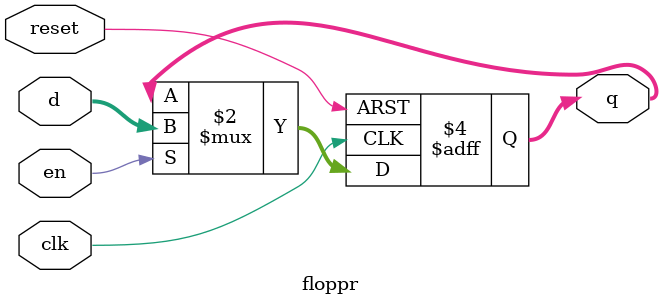
<source format=sv>
module floppr #(
    parameter int WIDTH = 8
) (
    input logic clk,
    reset,
    en,
    input logic [WIDTH-1:0] d,
    output logic [WIDTH-1:0] q
);

  always_ff @(posedge clk, posedge reset) begin
    if (reset) q <= 0;
    else if (en) q <= d;
  end

endmodule

</source>
